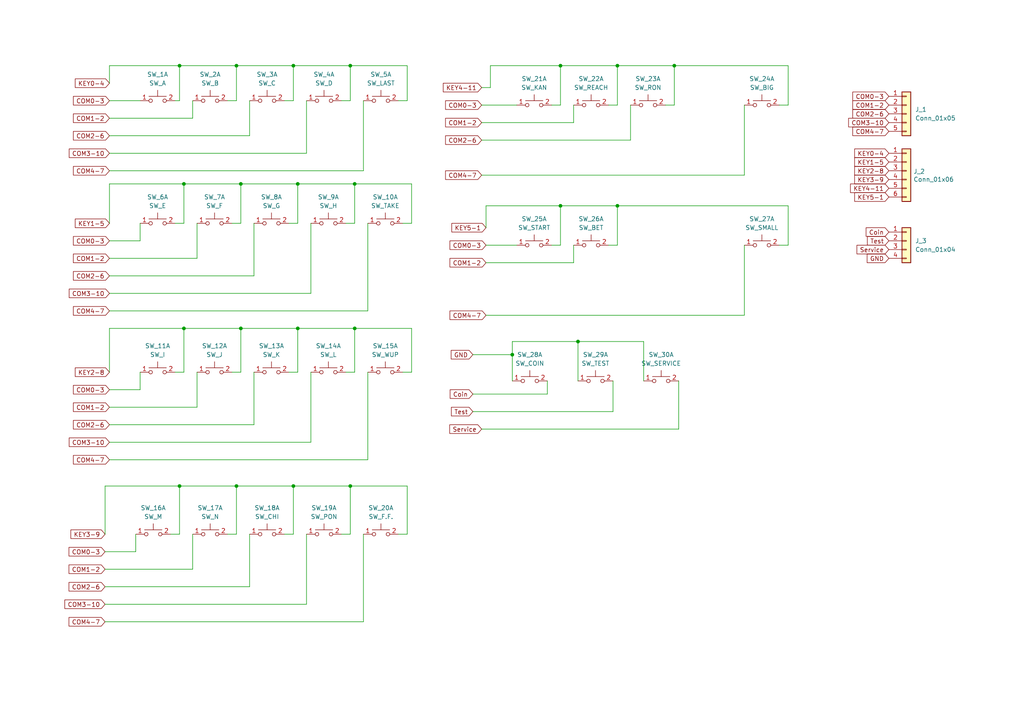
<source format=kicad_sch>
(kicad_sch (version 20211123) (generator eeschema)
  (paper "A4")
  (lib_symbols
    (symbol "Connector_Generic:Conn_01x04" (pin_names (offset 1.016) hide)
      (property "Reference" "J" (at 0 5.08 0))
      (property "Value" "Conn_01x04" (at 0 -7.62 0))
      (symbol "Conn_01x04_1_1"
        (rectangle (start -1.27 -4.953) (end 0 -5.207) (stroke (width 0.1524)))
        (rectangle (start -1.27 -2.413) (end 0 -2.667) (stroke (width 0.1524)))
        (rectangle (start -1.27 0.127) (end 0 -0.127) (stroke (width 0.1524)))
        (rectangle (start -1.27 2.667) (end 0 2.413) (stroke (width 0.1524)))
        (rectangle (start -1.27 3.81) (end 1.27 -6.35) (stroke (width 0.254)) (fill (type background)))
        (pin passive line (at -5.08 2.54 0) (length 3.81) (name "Pin_1") (number "1"))
        (pin passive line (at -5.08 0 0) (length 3.81) (name "Pin_2") (number "2"))
        (pin passive line (at -5.08 -2.54 0) (length 3.81) (name "Pin_3") (number "3"))
        (pin passive line (at -5.08 -5.08 0) (length 3.81) (name "Pin_4") (number "4"))
      )
    )
    (symbol "Connector_Generic:Conn_01x05" (pin_names (offset 1.016) hide)
      (property "Reference" "J" (at 0 7.62 0))
      (property "Value" "Conn_01x05" (at 0 -7.62 0))
      (symbol "Conn_01x05_1_1"
        (rectangle (start -1.27 -4.953) (end 0 -5.207) (stroke (width 0.1524)))
        (rectangle (start -1.27 -2.413) (end 0 -2.667) (stroke (width 0.1524)))
        (rectangle (start -1.27 0.127) (end 0 -0.127) (stroke (width 0.1524)))
        (rectangle (start -1.27 2.667) (end 0 2.413) (stroke (width 0.1524)))
        (rectangle (start -1.27 5.207) (end 0 4.953) (stroke (width 0.1524)))
        (rectangle (start -1.27 6.35) (end 1.27 -6.35) (stroke (width 0.254)) (fill (type background)))
        (pin passive line (at -5.08 5.08 0) (length 3.81) (name "Pin_1") (number "1"))
        (pin passive line (at -5.08 2.54 0) (length 3.81) (name "Pin_2") (number "2"))
        (pin passive line (at -5.08 0 0) (length 3.81) (name "Pin_3") (number "3"))
        (pin passive line (at -5.08 -2.54 0) (length 3.81) (name "Pin_4") (number "4"))
        (pin passive line (at -5.08 -5.08 0) (length 3.81) (name "Pin_5") (number "5"))
      )
    )
    (symbol "Connector_Generic:Conn_01x06" (pin_names (offset 1.016) hide)
      (property "Reference" "J" (at 0 7.62 0))
      (property "Value" "Conn_01x06" (at 0 -10.16 0))
      (symbol "Conn_01x06_1_1"
        (rectangle (start -1.27 -7.493) (end 0 -7.747) (stroke (width 0.1524)))
        (rectangle (start -1.27 -4.953) (end 0 -5.207) (stroke (width 0.1524)))
        (rectangle (start -1.27 -2.413) (end 0 -2.667) (stroke (width 0.1524)))
        (rectangle (start -1.27 0.127) (end 0 -0.127) (stroke (width 0.1524)))
        (rectangle (start -1.27 2.667) (end 0 2.413) (stroke (width 0.1524)))
        (rectangle (start -1.27 5.207) (end 0 4.953) (stroke (width 0.1524)))
        (rectangle (start -1.27 6.35) (end 1.27 -8.89) (stroke (width 0.254)) (fill (type background)))
        (pin passive line (at -5.08 5.08 0) (length 3.81) (name "Pin_1") (number "1"))
        (pin passive line (at -5.08 2.54 0) (length 3.81) (name "Pin_2") (number "2"))
        (pin passive line (at -5.08 0 0) (length 3.81) (name "Pin_3") (number "3"))
        (pin passive line (at -5.08 -2.54 0) (length 3.81) (name "Pin_4") (number "4"))
        (pin passive line (at -5.08 -5.08 0) (length 3.81) (name "Pin_5") (number "5"))
        (pin passive line (at -5.08 -7.62 0) (length 3.81) (name "Pin_6") (number "6"))
      )
    )
    (symbol "Switch:SW_Push_Dual_x2" (pin_names (offset 1.016) hide)
      (property "Reference" "SW" (at 1.27 2.54 0))
      (property "Value" "SW_Push_Dual_x2" (at 0 -1.524 0))
      (symbol "SW_Push_Dual_x2_0_1"
        (circle (center -2.032 0) (radius 0.508))
        (polyline (pts (xy 0 1.27) (xy 0 3.048)))
        (polyline (pts (xy 2.54 1.27) (xy -2.54 1.27)))
        (circle (center 2.032 0) (radius 0.508))
      )
      (symbol "SW_Push_Dual_x2_1_1"
        (pin passive line (at -5.08 0 0) (length 2.54) (name "C") (number "1"))
        (pin passive line (at 5.08 0 180) (length 2.54) (name "D") (number "2"))
      )
      (symbol "SW_Push_Dual_x2_2_1"
        (pin passive line (at -5.08 0 0) (length 2.54) (name "C") (number "3"))
        (pin passive line (at 5.08 0 180) (length 2.54) (name "D") (number "4"))
      )
    )
  )
  (junction (at 68.58 140.97))
  (junction (at 68.58 19.05))
  (junction (at 101.6 19.05))
  (junction (at 102.87 53.34))
  (junction (at 85.09 19.05))
  (junction (at 69.85 53.34))
  (junction (at 148.59 102.87))
  (junction (at 52.07 140.97))
  (junction (at 102.87 95.25))
  (junction (at 162.56 59.69))
  (junction (at 162.56 19.05))
  (junction (at 53.34 95.25))
  (junction (at 101.6 140.97))
  (junction (at 179.07 19.05))
  (junction (at 195.58 19.05))
  (junction (at 86.36 95.25))
  (junction (at 52.07 19.05))
  (junction (at 179.07 59.69))
  (junction (at 53.34 53.34))
  (junction (at 167.64 99.06))
  (junction (at 69.85 95.25))
  (junction (at 86.36 53.34))
  (junction (at 85.09 140.97))
  (wire (pts (xy 162.56 71.12) (xy 160.02 71.12)))
  (wire (pts (xy 86.36 53.34) (xy 86.36 64.77)))
  (wire (pts (xy 228.6 19.05) (xy 228.6 30.48)))
  (wire (pts (xy 31.75 128.27) (xy 90.17 128.27)))
  (wire (pts (xy 55.88 165.1) (xy 55.88 154.94)))
  (wire (pts (xy 31.75 39.37) (xy 72.39 39.37)))
  (wire (pts (xy 31.75 133.35) (xy 106.68 133.35)))
  (wire (pts (xy 57.15 118.11) (xy 57.15 107.95)))
  (wire (pts (xy 30.48 175.26) (xy 88.9 175.26)))
  (wire (pts (xy 162.56 59.69) (xy 179.07 59.69)))
  (wire (pts (xy 31.75 107.95) (xy 31.75 95.25)))
  (wire (pts (xy 166.37 76.2) (xy 166.37 71.12)))
  (wire (pts (xy 53.34 107.95) (xy 50.8 107.95)))
  (wire (pts (xy 31.75 95.25) (xy 53.34 95.25)))
  (wire (pts (xy 177.8 119.38) (xy 177.8 110.49)))
  (wire (pts (xy 40.64 113.03) (xy 40.64 107.95)))
  (wire (pts (xy 228.6 71.12) (xy 226.06 71.12)))
  (wire (pts (xy 101.6 140.97) (xy 118.11 140.97)))
  (wire (pts (xy 68.58 19.05) (xy 85.09 19.05)))
  (wire (pts (xy 68.58 140.97) (xy 85.09 140.97)))
  (wire (pts (xy 53.34 95.25) (xy 69.85 95.25)))
  (wire (pts (xy 215.9 50.8) (xy 215.9 30.48)))
  (wire (pts (xy 137.16 102.87) (xy 148.59 102.87)))
  (wire (pts (xy 90.17 85.09) (xy 90.17 64.77)))
  (wire (pts (xy 148.59 102.87) (xy 148.59 110.49)))
  (wire (pts (xy 142.24 25.4) (xy 142.24 19.05)))
  (wire (pts (xy 40.64 69.85) (xy 40.64 64.77)))
  (wire (pts (xy 101.6 19.05) (xy 118.11 19.05)))
  (wire (pts (xy 140.97 76.2) (xy 166.37 76.2)))
  (wire (pts (xy 102.87 95.25) (xy 102.87 107.95)))
  (wire (pts (xy 182.88 40.64) (xy 182.88 30.48)))
  (wire (pts (xy 50.8 29.21) (xy 52.07 29.21)))
  (wire (pts (xy 85.09 19.05) (xy 101.6 19.05)))
  (wire (pts (xy 86.36 95.25) (xy 102.87 95.25)))
  (wire (pts (xy 68.58 19.05) (xy 68.58 29.21)))
  (wire (pts (xy 31.75 113.03) (xy 40.64 113.03)))
  (wire (pts (xy 31.75 49.53) (xy 105.41 49.53)))
  (wire (pts (xy 101.6 154.94) (xy 99.06 154.94)))
  (wire (pts (xy 166.37 35.56) (xy 166.37 30.48)))
  (wire (pts (xy 82.55 29.21) (xy 85.09 29.21)))
  (wire (pts (xy 139.7 30.48) (xy 149.86 30.48)))
  (wire (pts (xy 140.97 66.04) (xy 140.97 59.69)))
  (wire (pts (xy 31.75 80.01) (xy 73.66 80.01)))
  (wire (pts (xy 31.75 85.09) (xy 90.17 85.09)))
  (wire (pts (xy 158.75 110.49) (xy 158.75 114.3)))
  (wire (pts (xy 53.34 53.34) (xy 69.85 53.34)))
  (wire (pts (xy 179.07 59.69) (xy 228.6 59.69)))
  (wire (pts (xy 31.75 118.11) (xy 57.15 118.11)))
  (wire (pts (xy 30.48 160.02) (xy 39.37 160.02)))
  (wire (pts (xy 226.06 30.48) (xy 228.6 30.48)))
  (wire (pts (xy 106.68 90.17) (xy 106.68 64.77)))
  (wire (pts (xy 52.07 154.94) (xy 49.53 154.94)))
  (wire (pts (xy 68.58 154.94) (xy 66.04 154.94)))
  (wire (pts (xy 57.15 74.93) (xy 57.15 64.77)))
  (wire (pts (xy 69.85 95.25) (xy 86.36 95.25)))
  (wire (pts (xy 67.31 107.95) (xy 69.85 107.95)))
  (wire (pts (xy 102.87 64.77) (xy 100.33 64.77)))
  (wire (pts (xy 53.34 64.77) (xy 50.8 64.77)))
  (wire (pts (xy 118.11 140.97) (xy 118.11 154.94)))
  (wire (pts (xy 167.64 99.06) (xy 167.64 110.49)))
  (wire (pts (xy 162.56 59.69) (xy 162.56 71.12)))
  (wire (pts (xy 52.07 140.97) (xy 68.58 140.97)))
  (wire (pts (xy 140.97 59.69) (xy 162.56 59.69)))
  (wire (pts (xy 30.48 170.18) (xy 72.39 170.18)))
  (wire (pts (xy 106.68 133.35) (xy 106.68 107.95)))
  (wire (pts (xy 162.56 19.05) (xy 162.56 30.48)))
  (wire (pts (xy 176.53 30.48) (xy 179.07 30.48)))
  (wire (pts (xy 31.75 90.17) (xy 106.68 90.17)))
  (wire (pts (xy 31.75 64.77) (xy 31.75 53.34)))
  (wire (pts (xy 39.37 160.02) (xy 39.37 154.94)))
  (wire (pts (xy 31.75 24.13) (xy 31.75 19.05)))
  (wire (pts (xy 31.75 29.21) (xy 40.64 29.21)))
  (wire (pts (xy 99.06 29.21) (xy 101.6 29.21)))
  (wire (pts (xy 83.82 107.95) (xy 86.36 107.95)))
  (wire (pts (xy 179.07 19.05) (xy 179.07 30.48)))
  (wire (pts (xy 52.07 19.05) (xy 52.07 29.21)))
  (wire (pts (xy 72.39 170.18) (xy 72.39 154.94)))
  (wire (pts (xy 100.33 107.95) (xy 102.87 107.95)))
  (wire (pts (xy 119.38 107.95) (xy 116.84 107.95)))
  (wire (pts (xy 119.38 53.34) (xy 119.38 64.77)))
  (wire (pts (xy 140.97 71.12) (xy 149.86 71.12)))
  (wire (pts (xy 30.48 180.34) (xy 105.41 180.34)))
  (wire (pts (xy 73.66 80.01) (xy 73.66 64.77)))
  (wire (pts (xy 215.9 91.44) (xy 215.9 71.12)))
  (wire (pts (xy 105.41 180.34) (xy 105.41 154.94)))
  (wire (pts (xy 66.04 29.21) (xy 68.58 29.21)))
  (wire (pts (xy 140.97 91.44) (xy 215.9 91.44)))
  (wire (pts (xy 139.7 25.4) (xy 142.24 25.4)))
  (wire (pts (xy 31.75 123.19) (xy 73.66 123.19)))
  (wire (pts (xy 195.58 19.05) (xy 195.58 30.48)))
  (wire (pts (xy 55.88 29.21) (xy 55.88 34.29)))
  (wire (pts (xy 162.56 30.48) (xy 160.02 30.48)))
  (wire (pts (xy 53.34 95.25) (xy 53.34 107.95)))
  (wire (pts (xy 72.39 29.21) (xy 72.39 39.37)))
  (wire (pts (xy 73.66 123.19) (xy 73.66 107.95)))
  (wire (pts (xy 88.9 175.26) (xy 88.9 154.94)))
  (wire (pts (xy 31.75 74.93) (xy 57.15 74.93)))
  (wire (pts (xy 118.11 154.94) (xy 115.57 154.94)))
  (wire (pts (xy 30.48 140.97) (xy 52.07 140.97)))
  (wire (pts (xy 137.16 119.38) (xy 177.8 119.38)))
  (wire (pts (xy 196.85 124.46) (xy 196.85 110.49)))
  (wire (pts (xy 102.87 95.25) (xy 119.38 95.25)))
  (wire (pts (xy 86.36 53.34) (xy 102.87 53.34)))
  (wire (pts (xy 86.36 95.25) (xy 86.36 107.95)))
  (wire (pts (xy 139.7 50.8) (xy 215.9 50.8)))
  (wire (pts (xy 69.85 95.25) (xy 69.85 107.95)))
  (wire (pts (xy 85.09 140.97) (xy 101.6 140.97)))
  (wire (pts (xy 118.11 29.21) (xy 115.57 29.21)))
  (wire (pts (xy 90.17 128.27) (xy 90.17 107.95)))
  (wire (pts (xy 179.07 19.05) (xy 195.58 19.05)))
  (wire (pts (xy 101.6 19.05) (xy 101.6 29.21)))
  (wire (pts (xy 69.85 64.77) (xy 67.31 64.77)))
  (wire (pts (xy 31.75 69.85) (xy 40.64 69.85)))
  (wire (pts (xy 68.58 140.97) (xy 68.58 154.94)))
  (wire (pts (xy 85.09 140.97) (xy 85.09 154.94)))
  (wire (pts (xy 119.38 95.25) (xy 119.38 107.95)))
  (wire (pts (xy 85.09 19.05) (xy 85.09 29.21)))
  (wire (pts (xy 30.48 165.1) (xy 55.88 165.1)))
  (wire (pts (xy 102.87 53.34) (xy 102.87 64.77)))
  (wire (pts (xy 139.7 40.64) (xy 182.88 40.64)))
  (wire (pts (xy 116.84 64.77) (xy 119.38 64.77)))
  (wire (pts (xy 179.07 59.69) (xy 179.07 71.12)))
  (wire (pts (xy 118.11 19.05) (xy 118.11 29.21)))
  (wire (pts (xy 105.41 49.53) (xy 105.41 29.21)))
  (wire (pts (xy 30.48 154.94) (xy 30.48 140.97)))
  (wire (pts (xy 195.58 19.05) (xy 228.6 19.05)))
  (wire (pts (xy 139.7 35.56) (xy 166.37 35.56)))
  (wire (pts (xy 82.55 154.94) (xy 85.09 154.94)))
  (wire (pts (xy 101.6 140.97) (xy 101.6 154.94)))
  (wire (pts (xy 148.59 99.06) (xy 167.64 99.06)))
  (wire (pts (xy 53.34 53.34) (xy 53.34 64.77)))
  (wire (pts (xy 167.64 99.06) (xy 186.69 99.06)))
  (wire (pts (xy 86.36 64.77) (xy 83.82 64.77)))
  (wire (pts (xy 88.9 44.45) (xy 88.9 29.21)))
  (wire (pts (xy 31.75 53.34) (xy 53.34 53.34)))
  (wire (pts (xy 148.59 102.87) (xy 148.59 99.06)))
  (wire (pts (xy 31.75 19.05) (xy 52.07 19.05)))
  (wire (pts (xy 31.75 44.45) (xy 88.9 44.45)))
  (wire (pts (xy 137.16 114.3) (xy 158.75 114.3)))
  (wire (pts (xy 102.87 53.34) (xy 119.38 53.34)))
  (wire (pts (xy 69.85 53.34) (xy 69.85 64.77)))
  (wire (pts (xy 142.24 19.05) (xy 162.56 19.05)))
  (wire (pts (xy 176.53 71.12) (xy 179.07 71.12)))
  (wire (pts (xy 193.04 30.48) (xy 195.58 30.48)))
  (wire (pts (xy 228.6 59.69) (xy 228.6 71.12)))
  (wire (pts (xy 186.69 99.06) (xy 186.69 110.49)))
  (wire (pts (xy 69.85 53.34) (xy 86.36 53.34)))
  (wire (pts (xy 162.56 19.05) (xy 179.07 19.05)))
  (wire (pts (xy 52.07 140.97) (xy 52.07 154.94)))
  (wire (pts (xy 139.7 124.46) (xy 196.85 124.46)))
  (wire (pts (xy 31.75 34.29) (xy 55.88 34.29)))
  (wire (pts (xy 52.07 19.05) (xy 68.58 19.05)))
  (global_label "Coin" (shape input) (at 257.81 67.31 180) (property "Intersheet References" "${INTERSHEET_REFS}" (effects hide)))
  (global_label "COM3-10" (shape input) (at 31.75 85.09 180) (property "Intersheet References" "${INTERSHEET_REFS}" (effects hide)))
  (global_label "COM4-7" (shape input) (at 31.75 90.17 180) (property "Intersheet References" "${INTERSHEET_REFS}" (effects hide)))
  (global_label "KEY2-8" (shape input) (at 257.81 49.53 180) (property "Intersheet References" "${INTERSHEET_REFS}" (effects hide)))
  (global_label "COM0-3" (shape input) (at 31.75 69.85 180) (property "Intersheet References" "${INTERSHEET_REFS}" (effects hide)))
  (global_label "COM1-2" (shape input) (at 31.75 34.29 180) (property "Intersheet References" "${INTERSHEET_REFS}" (effects hide)))
  (global_label "COM4-7" (shape input) (at 257.81 38.1 180) (property "Intersheet References" "${INTERSHEET_REFS}" (effects hide)))
  (global_label "KEY2-8" (shape input) (at 31.75 107.95 180) (property "Intersheet References" "${INTERSHEET_REFS}" (effects hide)))
  (global_label "COM1-2" (shape input) (at 30.48 165.1 180) (property "Intersheet References" "${INTERSHEET_REFS}" (effects hide)))
  (global_label "COM1-2" (shape input) (at 31.75 118.11 180) (property "Intersheet References" "${INTERSHEET_REFS}" (effects hide)))
  (global_label "COM2-6" (shape input) (at 31.75 123.19 180) (property "Intersheet References" "${INTERSHEET_REFS}" (effects hide)))
  (global_label "COM1-2" (shape input) (at 31.75 74.93 180) (property "Intersheet References" "${INTERSHEET_REFS}" (effects hide)))
  (global_label "COM4-7" (shape input) (at 30.48 180.34 180) (property "Intersheet References" "${INTERSHEET_REFS}" (effects hide)))
  (global_label "KEY1-5" (shape input) (at 31.75 64.77 180) (property "Intersheet References" "${INTERSHEET_REFS}" (effects hide)))
  (global_label "COM1-2" (shape input) (at 139.7 35.56 180) (property "Intersheet References" "${INTERSHEET_REFS}" (effects hide)))
  (global_label "COM1-2" (shape input) (at 140.97 76.2 180) (property "Intersheet References" "${INTERSHEET_REFS}" (effects hide)))
  (global_label "COM2-6" (shape input) (at 139.7 40.64 180) (property "Intersheet References" "${INTERSHEET_REFS}" (effects hide)))
  (global_label "COM4-7" (shape input) (at 139.7 50.8 180) (property "Intersheet References" "${INTERSHEET_REFS}" (effects hide)))
  (global_label "Service" (shape input) (at 139.7 124.46 180) (property "Intersheet References" "${INTERSHEET_REFS}" (effects hide)))
  (global_label "COM2-6" (shape input) (at 31.75 39.37 180) (property "Intersheet References" "${INTERSHEET_REFS}" (effects hide)))
  (global_label "KEY1-5" (shape input) (at 257.81 46.99 180) (property "Intersheet References" "${INTERSHEET_REFS}" (effects hide)))
  (global_label "COM0-3" (shape input) (at 139.7 30.48 180) (property "Intersheet References" "${INTERSHEET_REFS}" (effects hide)))
  (global_label "Service" (shape input) (at 257.81 72.39 180) (property "Intersheet References" "${INTERSHEET_REFS}" (effects hide)))
  (global_label "KEY4-11" (shape input) (at 257.81 54.61 180) (property "Intersheet References" "${INTERSHEET_REFS}" (effects hide)))
  (global_label "COM4-7" (shape input) (at 31.75 49.53 180) (property "Intersheet References" "${INTERSHEET_REFS}" (effects hide)))
  (global_label "Test" (shape input) (at 257.81 69.85 180) (property "Intersheet References" "${INTERSHEET_REFS}" (effects hide)))
  (global_label "KEY0-4" (shape input) (at 31.75 24.13 180) (property "Intersheet References" "${INTERSHEET_REFS}" (effects hide)))
  (global_label "COM2-6" (shape input) (at 30.48 170.18 180) (property "Intersheet References" "${INTERSHEET_REFS}" (effects hide)))
  (global_label "Coin" (shape input) (at 137.16 114.3 180) (property "Intersheet References" "${INTERSHEET_REFS}" (effects hide)))
  (global_label "COM2-6" (shape input) (at 31.75 80.01 180) (property "Intersheet References" "${INTERSHEET_REFS}" (effects hide)))
  (global_label "KEY0-4" (shape input) (at 257.81 44.45 180) (property "Intersheet References" "${INTERSHEET_REFS}" (effects hide)))
  (global_label "Test" (shape input) (at 137.16 119.38 180) (property "Intersheet References" "${INTERSHEET_REFS}" (effects hide)))
  (global_label "KEY5-1" (shape input) (at 257.81 57.15 180) (property "Intersheet References" "${INTERSHEET_REFS}" (effects hide)))
  (global_label "COM0-3" (shape input) (at 31.75 113.03 180) (property "Intersheet References" "${INTERSHEET_REFS}" (effects hide)))
  (global_label "GND" (shape input) (at 137.16 102.87 180) (property "Intersheet References" "${INTERSHEET_REFS}" (effects hide)))
  (global_label "COM4-7" (shape input) (at 140.97 91.44 180) (property "Intersheet References" "${INTERSHEET_REFS}" (effects hide)))
  (global_label "KEY3-9" (shape input) (at 257.81 52.07 180) (property "Intersheet References" "${INTERSHEET_REFS}" (effects hide)))
  (global_label "COM3-10" (shape input) (at 31.75 44.45 180) (property "Intersheet References" "${INTERSHEET_REFS}" (effects hide)))
  (global_label "COM2-6" (shape input) (at 257.81 33.02 180) (property "Intersheet References" "${INTERSHEET_REFS}" (effects hide)))
  (global_label "COM0-3" (shape input) (at 257.81 27.94 180) (property "Intersheet References" "${INTERSHEET_REFS}" (effects hide)))
  (global_label "COM0-3" (shape input) (at 31.75 29.21 180) (property "Intersheet References" "${INTERSHEET_REFS}" (effects hide)))
  (global_label "KEY5-1" (shape input) (at 140.97 66.04 180) (property "Intersheet References" "${INTERSHEET_REFS}" (effects hide)))
  (global_label "COM3-10" (shape input) (at 31.75 128.27 180) (property "Intersheet References" "${INTERSHEET_REFS}" (effects hide)))
  (global_label "COM1-2" (shape input) (at 257.81 30.48 180) (property "Intersheet References" "${INTERSHEET_REFS}" (effects hide)))
  (global_label "KEY3-9" (shape input) (at 30.48 154.94 180) (property "Intersheet References" "${INTERSHEET_REFS}" (effects hide)))
  (global_label "COM4-7" (shape input) (at 31.75 133.35 180) (property "Intersheet References" "${INTERSHEET_REFS}" (effects hide)))
  (global_label "COM3-10" (shape input) (at 257.81 35.56 180) (property "Intersheet References" "${INTERSHEET_REFS}" (effects hide)))
  (global_label "COM0-3" (shape input) (at 140.97 71.12 180) (property "Intersheet References" "${INTERSHEET_REFS}" (effects hide)))
  (global_label "COM0-3" (shape input) (at 30.48 160.02 180) (property "Intersheet References" "${INTERSHEET_REFS}" (effects hide)))
  (global_label "GND" (shape input) (at 257.81 74.93 180) (property "Intersheet References" "${INTERSHEET_REFS}" (effects hide)))
  (global_label "KEY4-11" (shape input) (at 139.7 25.4 180) (property "Intersheet References" "${INTERSHEET_REFS}" (effects hide)))
  (global_label "COM3-10" (shape input) (at 30.48 175.26 180) (property "Intersheet References" "${INTERSHEET_REFS}" (effects hide)))
  (symbol (lib_id "Switch:SW_Push_Dual_x2") (at 154.94 71.12 0) (unit 1)
    (property "Reference" "SW_25" (at 154.94 63.5 0))
    (property "Value" "SW_START" (at 154.94 66.04 0))
    (property "Footprint" "Button_Switch_THT:SW_PUSH_6mm_H7.3mm" (effects hide))
  )
  (symbol (lib_id "Switch:SW_Push_Dual_x2") (at 60.96 29.21 0) (unit 1)
    (property "Reference" "SW_2" (at 60.96 21.59 0))
    (property "Value" "SW_B" (at 60.96 24.13 0))
    (property "Footprint" "Button_Switch_THT:SW_PUSH_6mm_H7.3mm" (effects hide))
  )
  (symbol (lib_id "Switch:SW_Push_Dual_x2") (at 45.72 64.77 0) (unit 1)
    (property "Reference" "SW_6" (at 45.72 57.15 0))
    (property "Value" "SW_E" (at 45.72 59.69 0))
    (property "Footprint" "Button_Switch_THT:SW_PUSH_6mm_H7.3mm" (effects hide))
  )
  (symbol (lib_id "Switch:SW_Push_Dual_x2") (at 77.47 29.21 0) (unit 1)
    (property "Reference" "SW_3" (at 77.47 21.59 0))
    (property "Value" "SW_C" (at 77.47 24.13 0))
    (property "Footprint" "Button_Switch_THT:SW_PUSH_6mm_H7.3mm" (effects hide))
  )
  (symbol (lib_id "Switch:SW_Push_Dual_x2") (at 153.67 110.49 0) (unit 1)
    (property "Reference" "SW_28" (at 153.67 102.87 0))
    (property "Value" "SW_COIN" (at 153.67 105.41 0))
    (property "Footprint" "Button_Switch_THT:SW_PUSH_6mm_H7.3mm" (effects hide))
  )
  (symbol (lib_id "Switch:SW_Push_Dual_x2") (at 110.49 29.21 0) (unit 1)
    (property "Reference" "SW_5" (at 110.49 21.59 0))
    (property "Value" "SW_LAST" (at 110.49 24.13 0))
    (property "Footprint" "Button_Switch_THT:SW_PUSH_6mm_H7.3mm" (effects hide))
  )
  (symbol (lib_id "Switch:SW_Push_Dual_x2") (at 62.23 107.95 0) (unit 1)
    (property "Reference" "SW_12" (at 62.23 100.33 0))
    (property "Value" "SW_J" (at 62.23 102.87 0))
    (property "Footprint" "Button_Switch_THT:SW_PUSH_6mm_H7.3mm" (effects hide))
  )
  (symbol (lib_id "Switch:SW_Push_Dual_x2") (at 93.98 29.21 0) (unit 1)
    (property "Reference" "SW_4" (at 93.98 21.59 0))
    (property "Value" "SW_D" (at 93.98 24.13 0))
    (property "Footprint" "Button_Switch_THT:SW_PUSH_6mm_H7.3mm" (effects hide))
  )
  (symbol (lib_id "Switch:SW_Push_Dual_x2") (at 172.72 110.49 0) (unit 1)
    (property "Reference" "SW_29" (at 172.72 102.87 0))
    (property "Value" "SW_TEST" (at 172.72 105.41 0))
    (property "Footprint" "Button_Switch_THT:SW_PUSH_6mm_H7.3mm" (effects hide))
  )
  (symbol (lib_id "Connector_Generic:Conn_01x06") (at 262.89 49.53 0) (unit 1)
    (property "Reference" "J_2" (at 264.922 49.7332 0) (effects (justify left)))
    (property "Value" "Conn_01x06" (at 264.922 52.0446 0) (effects (justify left)))
    (property "Footprint" "Connector_JST:JST_XH_B6B-XH-AM_1x06_P2.50mm_Vertical" (effects hide))
  )
  (symbol (lib_id "Switch:SW_Push_Dual_x2") (at 45.72 29.21 0) (unit 1)
    (property "Reference" "SW_1" (at 45.72 21.59 0))
    (property "Value" "SW_A" (at 45.72 24.13 0))
    (property "Footprint" "Button_Switch_THT:SW_PUSH_6mm_H7.3mm" (effects hide))
  )
  (symbol (lib_id "Switch:SW_Push_Dual_x2") (at 62.23 64.77 0) (unit 1)
    (property "Reference" "SW_7" (at 62.23 57.15 0))
    (property "Value" "SW_F" (at 62.23 59.69 0))
    (property "Footprint" "Button_Switch_THT:SW_PUSH_6mm_H7.3mm" (effects hide))
  )
  (symbol (lib_id "Switch:SW_Push_Dual_x2") (at 111.76 64.77 0) (unit 1)
    (property "Reference" "SW_10" (at 111.76 57.15 0))
    (property "Value" "SW_TAKE" (at 111.76 59.69 0))
    (property "Footprint" "Button_Switch_THT:SW_PUSH_6mm_H7.3mm" (effects hide))
  )
  (symbol (lib_id "Switch:SW_Push_Dual_x2") (at 95.25 64.77 0) (unit 1)
    (property "Reference" "SW_9" (at 95.25 57.15 0))
    (property "Value" "SW_H" (at 95.25 59.69 0))
    (property "Footprint" "Button_Switch_THT:SW_PUSH_6mm_H7.3mm" (effects hide))
  )
  (symbol (lib_id "Switch:SW_Push_Dual_x2") (at 220.98 71.12 0) (unit 1)
    (property "Reference" "SW_27" (at 220.98 63.5 0))
    (property "Value" "SW_SMALL" (at 220.98 66.04 0))
    (property "Footprint" "Button_Switch_THT:SW_PUSH_6mm_H7.3mm" (effects hide))
  )
  (symbol (lib_id "Switch:SW_Push_Dual_x2") (at 45.72 107.95 0) (unit 1)
    (property "Reference" "SW_11" (at 45.72 100.33 0))
    (property "Value" "SW_I" (at 45.72 102.87 0))
    (property "Footprint" "Button_Switch_THT:SW_PUSH_6mm_H7.3mm" (effects hide))
  )
  (symbol (lib_id "Switch:SW_Push_Dual_x2") (at 95.25 107.95 0) (unit 1)
    (property "Reference" "SW_14" (at 95.25 100.33 0))
    (property "Value" "SW_L" (at 95.25 102.87 0))
    (property "Footprint" "Button_Switch_THT:SW_PUSH_6mm_H7.3mm" (effects hide))
  )
  (symbol (lib_id "Switch:SW_Push_Dual_x2") (at 44.45 154.94 0) (unit 1)
    (property "Reference" "SW_16" (at 44.45 147.32 0))
    (property "Value" "SW_M" (at 44.45 149.86 0))
    (property "Footprint" "Button_Switch_THT:SW_PUSH_6mm_H7.3mm" (effects hide))
  )
  (symbol (lib_id "Switch:SW_Push_Dual_x2") (at 171.45 71.12 0) (unit 1)
    (property "Reference" "SW_26" (at 171.45 63.5 0))
    (property "Value" "SW_BET" (at 171.45 66.04 0))
    (property "Footprint" "Button_Switch_THT:SW_PUSH_6mm_H7.3mm" (effects hide))
  )
  (symbol (lib_id "Switch:SW_Push_Dual_x2") (at 77.47 154.94 0) (unit 1)
    (property "Reference" "SW_18" (at 77.47 147.32 0))
    (property "Value" "SW_CHI" (at 77.47 149.86 0))
    (property "Footprint" "Button_Switch_THT:SW_PUSH_6mm_H7.3mm" (effects hide))
  )
  (symbol (lib_id "Switch:SW_Push_Dual_x2") (at 78.74 64.77 0) (unit 1)
    (property "Reference" "SW_8" (at 78.74 57.15 0))
    (property "Value" "SW_G" (at 78.74 59.69 0))
    (property "Footprint" "Button_Switch_THT:SW_PUSH_6mm_H7.3mm" (effects hide))
  )
  (symbol (lib_id "Connector_Generic:Conn_01x04") (at 262.89 69.85 0) (unit 1)
    (property "Reference" "J_3" (at 265.43 69.8499 0) (effects (justify left)))
    (property "Value" "Conn_01x04" (at 265.43 72.3899 0) (effects (justify left)))
    (property "Footprint" "Connector_JST:JST_XH_B4B-XH-AM_1x04_P2.50mm_Vertical" (effects hide))
  )
  (symbol (lib_id "Switch:SW_Push_Dual_x2") (at 187.96 30.48 0) (unit 1)
    (property "Reference" "SW_23" (at 187.96 22.86 0))
    (property "Value" "SW_RON" (at 187.96 25.4 0))
    (property "Footprint" "Button_Switch_THT:SW_PUSH_6mm_H7.3mm" (effects hide))
  )
  (symbol (lib_id "Switch:SW_Push_Dual_x2") (at 111.76 107.95 0) (unit 1)
    (property "Reference" "SW_15" (at 111.76 100.33 0))
    (property "Value" "SW_WUP" (at 111.76 102.87 0))
    (property "Footprint" "Button_Switch_THT:SW_PUSH_6mm_H7.3mm" (effects hide))
  )
  (symbol (lib_id "Switch:SW_Push_Dual_x2") (at 60.96 154.94 0) (unit 1)
    (property "Reference" "SW_17" (at 60.96 147.32 0))
    (property "Value" "SW_N" (at 60.96 149.86 0))
    (property "Footprint" "Button_Switch_THT:SW_PUSH_6mm_H7.3mm" (effects hide))
  )
  (symbol (lib_id "Switch:SW_Push_Dual_x2") (at 191.77 110.49 0) (unit 1)
    (property "Reference" "SW_30" (at 191.77 102.87 0))
    (property "Value" "SW_SERVICE" (at 191.77 105.41 0))
    (property "Footprint" "Button_Switch_THT:SW_PUSH_6mm_H7.3mm" (effects hide))
  )
  (symbol (lib_id "Switch:SW_Push_Dual_x2") (at 93.98 154.94 0) (unit 1)
    (property "Reference" "SW_19" (at 93.98 147.32 0))
    (property "Value" "SW_PON" (at 93.98 149.86 0))
    (property "Footprint" "Button_Switch_THT:SW_PUSH_6mm_H7.3mm" (effects hide))
  )
  (symbol (lib_id "Switch:SW_Push_Dual_x2") (at 171.45 30.48 0) (unit 1)
    (property "Reference" "SW_22" (at 171.45 22.86 0))
    (property "Value" "SW_REACH" (at 171.45 25.4 0))
    (property "Footprint" "Button_Switch_THT:SW_PUSH_6mm_H7.3mm" (effects hide))
  )
  (symbol (lib_id "Connector_Generic:Conn_01x05") (at 262.89 33.02 0) (unit 1)
    (property "Reference" "J_1" (at 265.43 31.7499 0) (effects (justify left)))
    (property "Value" "Conn_01x05" (at 265.43 34.2899 0) (effects (justify left)))
    (property "Footprint" "Connector_JST:JST_XH_B5B-XH-AM_1x05_P2.50mm_Vertical" (effects hide))
  )
  (symbol (lib_id "Switch:SW_Push_Dual_x2") (at 220.98 30.48 0) (unit 1)
    (property "Reference" "SW_24" (at 220.98 22.86 0))
    (property "Value" "SW_BIG" (at 220.98 25.4 0))
    (property "Footprint" "Button_Switch_THT:SW_PUSH_6mm_H7.3mm" (effects hide))
  )
  (symbol (lib_id "Switch:SW_Push_Dual_x2") (at 78.74 107.95 0) (unit 1)
    (property "Reference" "SW_13" (at 78.74 100.33 0))
    (property "Value" "SW_K" (at 78.74 102.87 0))
    (property "Footprint" "Button_Switch_THT:SW_PUSH_6mm_H7.3mm" (effects hide))
  )
  (symbol (lib_id "Switch:SW_Push_Dual_x2") (at 110.49 154.94 0) (unit 1)
    (property "Reference" "SW_20" (at 110.49 147.32 0))
    (property "Value" "SW_F.F." (at 110.49 149.86 0))
    (property "Footprint" "Button_Switch_THT:SW_PUSH_6mm_H7.3mm" (effects hide))
  )
  (symbol (lib_id "Switch:SW_Push_Dual_x2") (at 154.94 30.48 0) (unit 1)
    (property "Reference" "SW_21" (at 154.94 22.86 0))
    (property "Value" "SW_KAN" (at 154.94 25.4 0))
    (property "Footprint" "Button_Switch_THT:SW_PUSH_6mm_H7.3mm" (effects hide))
  )
)
</source>
